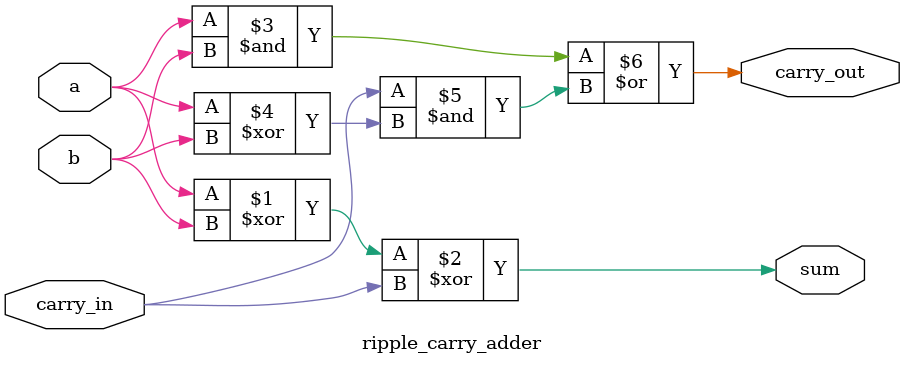
<source format=sv>
module top_module (
	input [7:0] a,
	input [7:0] b,
	output [7:0] s,
	output overflow
);
	// Wire for carry output
	wire carry_out;

	// Wire for overflow output
	wire overflow;

	// Instantiate the adder module
	adder_module adder1(
		.a(a),
		.b(b),
		.s(s),
		.carry_out(carry_out)
	);

	// Check for overflow
	assign overflow = ((a[7] & b[7] & ~s[7]) | (~a[7] & ~b[7] & s[7]));

endmodule
module adder_module (
	input [7:0] a,
	input [7:0] b,
	output [7:0] s,
	output carry_out
);
	// Wires for individual bits
	wire [7:0] carry;
	wire [7:0] sum;

	// Generate carry and sum by using ripple carry adders
	genvar i;
	generate
		for (i = 0; i < 8; i = i + 1) begin: adder_gen
			ripple_carry_adder adder(
				.a(a[i]),
				.b(b[i]),
				.carry_in(carry[i]),
				.sum(sum[i]),
				.carry_out(carry[i + 1])
			);
		end
	endgenerate

	// Assign sum and carry_out
	assign s = sum;
	assign carry_out = carry[8];

endmodule
module ripple_carry_adder (
	input a,
	input b,
	input carry_in,
	output sum,
	output carry_out
);
	// Perform addition for each bit
	assign sum = a ^ b ^ carry_in;

	// Calculate carry_out
	assign carry_out = (a & b) | (carry_in & (a ^ b));

endmodule

</source>
